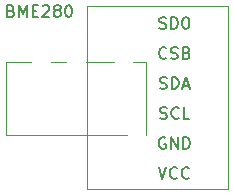
<source format=gbr>
G04 #@! TF.GenerationSoftware,KiCad,Pcbnew,(5.1.5)-3*
G04 #@! TF.CreationDate,2020-12-21T12:20:19+01:00*
G04 #@! TF.ProjectId,epimetheus_bme280,6570696d-6574-4686-9575-735f626d6532,rev?*
G04 #@! TF.SameCoordinates,Original*
G04 #@! TF.FileFunction,Legend,Top*
G04 #@! TF.FilePolarity,Positive*
%FSLAX46Y46*%
G04 Gerber Fmt 4.6, Leading zero omitted, Abs format (unit mm)*
G04 Created by KiCad (PCBNEW (5.1.5)-3) date 2020-12-21 12:20:19*
%MOMM*%
%LPD*%
G04 APERTURE LIST*
%ADD10C,0.150000*%
%ADD11C,0.120000*%
G04 APERTURE END LIST*
D10*
X162465047Y-23550571D02*
X162607904Y-23598190D01*
X162655523Y-23645809D01*
X162703142Y-23741047D01*
X162703142Y-23883904D01*
X162655523Y-23979142D01*
X162607904Y-24026761D01*
X162512666Y-24074380D01*
X162131714Y-24074380D01*
X162131714Y-23074380D01*
X162465047Y-23074380D01*
X162560285Y-23122000D01*
X162607904Y-23169619D01*
X162655523Y-23264857D01*
X162655523Y-23360095D01*
X162607904Y-23455333D01*
X162560285Y-23502952D01*
X162465047Y-23550571D01*
X162131714Y-23550571D01*
X163131714Y-24074380D02*
X163131714Y-23074380D01*
X163465047Y-23788666D01*
X163798380Y-23074380D01*
X163798380Y-24074380D01*
X164274571Y-23550571D02*
X164607904Y-23550571D01*
X164750761Y-24074380D02*
X164274571Y-24074380D01*
X164274571Y-23074380D01*
X164750761Y-23074380D01*
X165131714Y-23169619D02*
X165179333Y-23122000D01*
X165274571Y-23074380D01*
X165512666Y-23074380D01*
X165607904Y-23122000D01*
X165655523Y-23169619D01*
X165703142Y-23264857D01*
X165703142Y-23360095D01*
X165655523Y-23502952D01*
X165084095Y-24074380D01*
X165703142Y-24074380D01*
X166274571Y-23502952D02*
X166179333Y-23455333D01*
X166131714Y-23407714D01*
X166084095Y-23312476D01*
X166084095Y-23264857D01*
X166131714Y-23169619D01*
X166179333Y-23122000D01*
X166274571Y-23074380D01*
X166465047Y-23074380D01*
X166560285Y-23122000D01*
X166607904Y-23169619D01*
X166655523Y-23264857D01*
X166655523Y-23312476D01*
X166607904Y-23407714D01*
X166560285Y-23455333D01*
X166465047Y-23502952D01*
X166274571Y-23502952D01*
X166179333Y-23550571D01*
X166131714Y-23598190D01*
X166084095Y-23693428D01*
X166084095Y-23883904D01*
X166131714Y-23979142D01*
X166179333Y-24026761D01*
X166274571Y-24074380D01*
X166465047Y-24074380D01*
X166560285Y-24026761D01*
X166607904Y-23979142D01*
X166655523Y-23883904D01*
X166655523Y-23693428D01*
X166607904Y-23598190D01*
X166560285Y-23550571D01*
X166465047Y-23502952D01*
X167274571Y-23074380D02*
X167369809Y-23074380D01*
X167465047Y-23122000D01*
X167512666Y-23169619D01*
X167560285Y-23264857D01*
X167607904Y-23455333D01*
X167607904Y-23693428D01*
X167560285Y-23883904D01*
X167512666Y-23979142D01*
X167465047Y-24026761D01*
X167369809Y-24074380D01*
X167274571Y-24074380D01*
X167179333Y-24026761D01*
X167131714Y-23979142D01*
X167084095Y-23883904D01*
X167036476Y-23693428D01*
X167036476Y-23455333D01*
X167084095Y-23264857D01*
X167131714Y-23169619D01*
X167179333Y-23122000D01*
X167274571Y-23074380D01*
D11*
X180848000Y-38608000D02*
X180848000Y-23114000D01*
X168910000Y-38608000D02*
X180848000Y-38608000D01*
X168910000Y-23114000D02*
X168910000Y-38608000D01*
X180848000Y-23114000D02*
X168910000Y-23114000D01*
X162052000Y-27888000D02*
X162052000Y-34088000D01*
X173873000Y-34088000D02*
X173873000Y-27888000D01*
X162052000Y-27888000D02*
X164148000Y-27888000D01*
X165798000Y-27888000D02*
X167148000Y-27888000D01*
X168798000Y-27888000D02*
X171198000Y-27888000D01*
X172748000Y-27888000D02*
X173873000Y-27888000D01*
X172298000Y-34088000D02*
X162052000Y-34088000D01*
D10*
X175014095Y-25042761D02*
X175156952Y-25090380D01*
X175395047Y-25090380D01*
X175490285Y-25042761D01*
X175537904Y-24995142D01*
X175585523Y-24899904D01*
X175585523Y-24804666D01*
X175537904Y-24709428D01*
X175490285Y-24661809D01*
X175395047Y-24614190D01*
X175204571Y-24566571D01*
X175109333Y-24518952D01*
X175061714Y-24471333D01*
X175014095Y-24376095D01*
X175014095Y-24280857D01*
X175061714Y-24185619D01*
X175109333Y-24138000D01*
X175204571Y-24090380D01*
X175442666Y-24090380D01*
X175585523Y-24138000D01*
X176014095Y-25090380D02*
X176014095Y-24090380D01*
X176252190Y-24090380D01*
X176395047Y-24138000D01*
X176490285Y-24233238D01*
X176537904Y-24328476D01*
X176585523Y-24518952D01*
X176585523Y-24661809D01*
X176537904Y-24852285D01*
X176490285Y-24947523D01*
X176395047Y-25042761D01*
X176252190Y-25090380D01*
X176014095Y-25090380D01*
X177204571Y-24090380D02*
X177299809Y-24090380D01*
X177395047Y-24138000D01*
X177442666Y-24185619D01*
X177490285Y-24280857D01*
X177537904Y-24471333D01*
X177537904Y-24709428D01*
X177490285Y-24899904D01*
X177442666Y-24995142D01*
X177395047Y-25042761D01*
X177299809Y-25090380D01*
X177204571Y-25090380D01*
X177109333Y-25042761D01*
X177061714Y-24995142D01*
X177014095Y-24899904D01*
X176966476Y-24709428D01*
X176966476Y-24471333D01*
X177014095Y-24280857D01*
X177061714Y-24185619D01*
X177109333Y-24138000D01*
X177204571Y-24090380D01*
X175609333Y-27535142D02*
X175561714Y-27582761D01*
X175418857Y-27630380D01*
X175323619Y-27630380D01*
X175180761Y-27582761D01*
X175085523Y-27487523D01*
X175037904Y-27392285D01*
X174990285Y-27201809D01*
X174990285Y-27058952D01*
X175037904Y-26868476D01*
X175085523Y-26773238D01*
X175180761Y-26678000D01*
X175323619Y-26630380D01*
X175418857Y-26630380D01*
X175561714Y-26678000D01*
X175609333Y-26725619D01*
X175990285Y-27582761D02*
X176133142Y-27630380D01*
X176371238Y-27630380D01*
X176466476Y-27582761D01*
X176514095Y-27535142D01*
X176561714Y-27439904D01*
X176561714Y-27344666D01*
X176514095Y-27249428D01*
X176466476Y-27201809D01*
X176371238Y-27154190D01*
X176180761Y-27106571D01*
X176085523Y-27058952D01*
X176037904Y-27011333D01*
X175990285Y-26916095D01*
X175990285Y-26820857D01*
X176037904Y-26725619D01*
X176085523Y-26678000D01*
X176180761Y-26630380D01*
X176418857Y-26630380D01*
X176561714Y-26678000D01*
X177323619Y-27106571D02*
X177466476Y-27154190D01*
X177514095Y-27201809D01*
X177561714Y-27297047D01*
X177561714Y-27439904D01*
X177514095Y-27535142D01*
X177466476Y-27582761D01*
X177371238Y-27630380D01*
X176990285Y-27630380D01*
X176990285Y-26630380D01*
X177323619Y-26630380D01*
X177418857Y-26678000D01*
X177466476Y-26725619D01*
X177514095Y-26820857D01*
X177514095Y-26916095D01*
X177466476Y-27011333D01*
X177418857Y-27058952D01*
X177323619Y-27106571D01*
X176990285Y-27106571D01*
X175061714Y-30122761D02*
X175204571Y-30170380D01*
X175442666Y-30170380D01*
X175537904Y-30122761D01*
X175585523Y-30075142D01*
X175633142Y-29979904D01*
X175633142Y-29884666D01*
X175585523Y-29789428D01*
X175537904Y-29741809D01*
X175442666Y-29694190D01*
X175252190Y-29646571D01*
X175156952Y-29598952D01*
X175109333Y-29551333D01*
X175061714Y-29456095D01*
X175061714Y-29360857D01*
X175109333Y-29265619D01*
X175156952Y-29218000D01*
X175252190Y-29170380D01*
X175490285Y-29170380D01*
X175633142Y-29218000D01*
X176061714Y-30170380D02*
X176061714Y-29170380D01*
X176299809Y-29170380D01*
X176442666Y-29218000D01*
X176537904Y-29313238D01*
X176585523Y-29408476D01*
X176633142Y-29598952D01*
X176633142Y-29741809D01*
X176585523Y-29932285D01*
X176537904Y-30027523D01*
X176442666Y-30122761D01*
X176299809Y-30170380D01*
X176061714Y-30170380D01*
X177014095Y-29884666D02*
X177490285Y-29884666D01*
X176918857Y-30170380D02*
X177252190Y-29170380D01*
X177585523Y-30170380D01*
X175085523Y-32662761D02*
X175228380Y-32710380D01*
X175466476Y-32710380D01*
X175561714Y-32662761D01*
X175609333Y-32615142D01*
X175656952Y-32519904D01*
X175656952Y-32424666D01*
X175609333Y-32329428D01*
X175561714Y-32281809D01*
X175466476Y-32234190D01*
X175276000Y-32186571D01*
X175180761Y-32138952D01*
X175133142Y-32091333D01*
X175085523Y-31996095D01*
X175085523Y-31900857D01*
X175133142Y-31805619D01*
X175180761Y-31758000D01*
X175276000Y-31710380D01*
X175514095Y-31710380D01*
X175656952Y-31758000D01*
X176656952Y-32615142D02*
X176609333Y-32662761D01*
X176466476Y-32710380D01*
X176371238Y-32710380D01*
X176228380Y-32662761D01*
X176133142Y-32567523D01*
X176085523Y-32472285D01*
X176037904Y-32281809D01*
X176037904Y-32138952D01*
X176085523Y-31948476D01*
X176133142Y-31853238D01*
X176228380Y-31758000D01*
X176371238Y-31710380D01*
X176466476Y-31710380D01*
X176609333Y-31758000D01*
X176656952Y-31805619D01*
X177561714Y-32710380D02*
X177085523Y-32710380D01*
X177085523Y-31710380D01*
X175514095Y-34298000D02*
X175418857Y-34250380D01*
X175276000Y-34250380D01*
X175133142Y-34298000D01*
X175037904Y-34393238D01*
X174990285Y-34488476D01*
X174942666Y-34678952D01*
X174942666Y-34821809D01*
X174990285Y-35012285D01*
X175037904Y-35107523D01*
X175133142Y-35202761D01*
X175276000Y-35250380D01*
X175371238Y-35250380D01*
X175514095Y-35202761D01*
X175561714Y-35155142D01*
X175561714Y-34821809D01*
X175371238Y-34821809D01*
X175990285Y-35250380D02*
X175990285Y-34250380D01*
X176561714Y-35250380D01*
X176561714Y-34250380D01*
X177037904Y-35250380D02*
X177037904Y-34250380D01*
X177276000Y-34250380D01*
X177418857Y-34298000D01*
X177514095Y-34393238D01*
X177561714Y-34488476D01*
X177609333Y-34678952D01*
X177609333Y-34821809D01*
X177561714Y-35012285D01*
X177514095Y-35107523D01*
X177418857Y-35202761D01*
X177276000Y-35250380D01*
X177037904Y-35250380D01*
X174942666Y-36790380D02*
X175276000Y-37790380D01*
X175609333Y-36790380D01*
X176514095Y-37695142D02*
X176466476Y-37742761D01*
X176323619Y-37790380D01*
X176228380Y-37790380D01*
X176085523Y-37742761D01*
X175990285Y-37647523D01*
X175942666Y-37552285D01*
X175895047Y-37361809D01*
X175895047Y-37218952D01*
X175942666Y-37028476D01*
X175990285Y-36933238D01*
X176085523Y-36838000D01*
X176228380Y-36790380D01*
X176323619Y-36790380D01*
X176466476Y-36838000D01*
X176514095Y-36885619D01*
X177514095Y-37695142D02*
X177466476Y-37742761D01*
X177323619Y-37790380D01*
X177228380Y-37790380D01*
X177085523Y-37742761D01*
X176990285Y-37647523D01*
X176942666Y-37552285D01*
X176895047Y-37361809D01*
X176895047Y-37218952D01*
X176942666Y-37028476D01*
X176990285Y-36933238D01*
X177085523Y-36838000D01*
X177228380Y-36790380D01*
X177323619Y-36790380D01*
X177466476Y-36838000D01*
X177514095Y-36885619D01*
M02*

</source>
